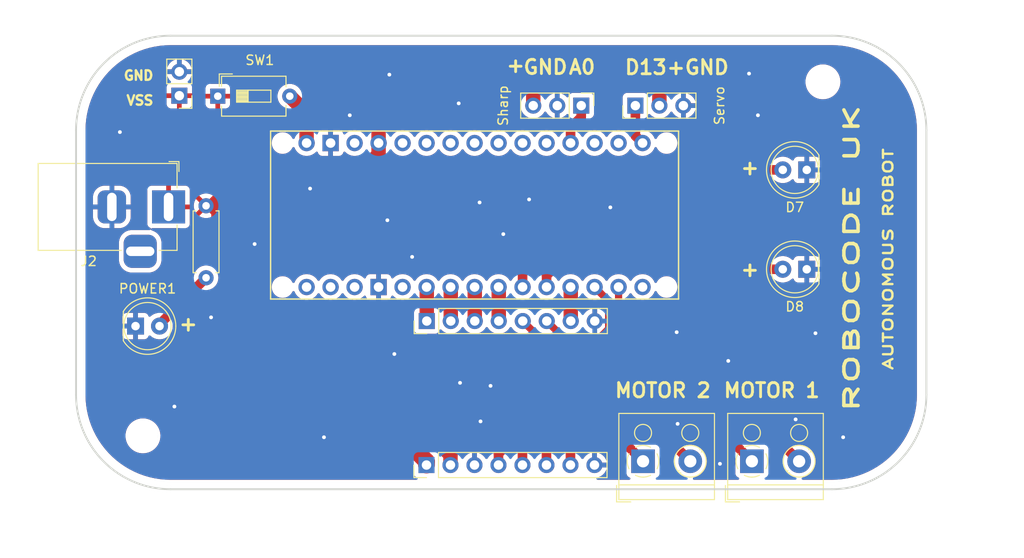
<source format=kicad_pcb>
(kicad_pcb (version 20221018) (generator pcbnew)
  (layers (0 "F.Cu" signal) (31 "B.Cu" signal) (34 "B.Paste" user) (35 "F.Paste" user) (36 "B.SilkS" user "B.Silkscreen") (37 "F.SilkS" user "F.Silkscreen") (38 "B.Mask" user) (39 "F.Mask" user) (44 "Edge.Cuts" user))
  (net 0 "")
  (net 12 "LED1")
  (net 13 "LED2")
  (net 14 "D13")
  (net 17 "GND")
  (net 18 "Vss")
  (net 19 "Net-(SW1-Pad2)")
  (net 20 "Net-(POWER1-A)")
  (net 21 "PWMA")
  (net 22 "AIN2")
  (net 23 "AIN1")
  (net 24 "STBY")
  (net 25 "BIN1")
  (net 26 "BIN2")
  (net 27 "PWMB")
  (net 28 "5V")
  (net 29 "AO1")
  (net 30 "AO2")
  (net 31 "BO1")
  (net 32 "BO2")
  (net 33 "A0")
  (net 34 "D2")
  (footprint "Resistor_THT:R_Axial_DIN0207_L6.3mm_D2.5mm_P7.62mm_Horizontal" (layer "F.Cu") (at 100.16 76.8 -90)
    (fp_text reference "R1" hide)
    (fp_text value "15K" hide)
    (fp_line (start 0.54 -1.37) (end 7.08 -1.37) (stroke (width 0.12)) (layer "F.SilkS"))
    (fp_line (start 0.54 -1.04) (end 0.54 -1.37) (stroke (width 0.12)) (layer "F.SilkS"))
    (fp_line (start 0.54 1.04) (end 0.54 1.37) (stroke (width 0.12)) (layer "F.SilkS"))
    (fp_line (start 0.54 1.37) (end 7.08 1.37) (stroke (width 0.12)) (layer "F.SilkS"))
    (fp_line (start 7.08 -1.37) (end 7.08 -1.04) (stroke (width 0.12)) (layer "F.SilkS"))
    (fp_line (start 7.08 1.37) (end 7.08 1.04) (stroke (width 0.12)) (layer "F.SilkS"))
    (pad "1" thru_hole circle (at 0 0 270) (size 1.6 1.6) (drill 0.8) (layers "*.Cu" "*.Mask") (net 18 "Vss"))
    (pad "2" thru_hole oval (at 7.62 0 270) (size 1.6 1.6) (drill 0.8) (layers "*.Cu" "*.Mask") (net 20 "Net-(POWER1-A)"))
  )
  (footprint "PCM_arduino-library:Arduino_Nano_Socket" (layer "F.Cu") (at 150.17 77.78 90)
    (fp_text reference "XA1" hide)
    (fp_text value "Arduino_Nano_Socket")
    (fp_line (start -8.89 -43.18) (end -8.89 0) (stroke (width 0.15)) (layer "F.SilkS"))
    (fp_line (start -8.89 -43.18) (end 8.89 -43.18) (stroke (width 0.15)) (layer "F.SilkS"))
    (fp_line (start -8.89 0) (end 8.89 0) (stroke (width 0.15)) (layer "F.SilkS"))
    (fp_line (start 8.89 -43.18) (end 8.89 0) (stroke (width 0.15)) (layer "F.SilkS"))
    (pad "" np_thru_hole circle (at -7.62 -41.91 90) (size 1.8 1.8) (drill 1.8) (layers "F&B.Cu" "*.Mask"))
    (pad "" np_thru_hole circle (at -7.62 -1.27 90) (size 1.8 1.8) (drill 1.8) (layers "F&B.Cu" "*.Mask"))
    (pad "" np_thru_hole circle (at 7.62 -41.91 90) (size 1.8 1.8) (drill 1.8) (layers "F&B.Cu" "*.Mask"))
    (pad "" np_thru_hole circle (at 7.62 -1.27 90) (size 1.8 1.8) (drill 1.8) (layers "F&B.Cu" "*.Mask"))
    (pad "3V3" thru_hole circle (at 7.62 -6.35 90) (size 1.7272 1.7272) (drill 1.016) (layers "*.Cu" "*.Mask"))
    (pad "5V" thru_hole circle (at 7.62 -31.75 90) (size 1.7272 1.7272) (drill 1.016) (layers "*.Cu" "*.Mask") (net 28 "5V"))
    (pad "A0" thru_hole circle (at 7.62 -11.43 90) (size 1.7272 1.7272) (drill 1.016) (layers "*.Cu" "*.Mask") (net 33 "A0"))
    (pad "A1" thru_hole circle (at 7.62 -13.97 90) (size 1.7272 1.7272) (drill 1.016) (layers "*.Cu" "*.Mask"))
    (pad "A2" thru_hole circle (at 7.62 -16.51 90) (size 1.7272 1.7272) (drill 1.016) (layers "*.Cu" "*.Mask"))
    (pad "A3" thru_hole circle (at 7.62 -19.05 90) (size 1.7272 1.7272) (drill 1.016) (layers "*.Cu" "*.Mask"))
    (pad "A4" thru_hole circle (at 7.62 -21.59 90) (size 1.7272 1.7272) (drill 1.016) (layers "*.Cu" "*.Mask"))
    (pad "A5" thru_hole circle (at 7.62 -24.13 90) (size 1.7272 1.7272) (drill 1.016) (layers "*.Cu" "*.Mask"))
    (pad "A6" thru_hole circle (at 7.62 -26.67 90) (size 1.7272 1.7272) (drill 1.016) (layers "*.Cu" "*.Mask"))
    (pad "A7" thru_hole circle (at 7.62 -29.21 90) (size 1.7272 1.7272) (drill 1.016) (layers "*.Cu" "*.Mask"))
    (pad "AREF" thru_hole circle (at 7.62 -8.89 90) (size 1.7272 1.7272) (drill 1.016) (layers "*.Cu" "*.Mask"))
    (pad "D0" thru_hole circle (at -7.62 -36.83 90) (size 1.7272 1.7272) (drill 1.016) (layers "*.Cu" "*.Mask"))
    (pad "D1" thru_hole circle (at -7.62 -39.37 90) (size 1.7272 1.7272) (drill 1.016) (layers "*.Cu" "*.Mask"))
    (pad "D2" thru_hole circle (at -7.62 -29.21 90) (size 1.7272 1.7272) (drill 1.016) (layers "*.Cu" "*.Mask") (net 34 "D2"))
    (pad "D3" thru_hole circle (at -7.62 -26.67 90) (size 1.7272 1.7272) (drill 1.016) (layers "*.Cu" "*.Mask") (net 21 "PWMA"))
    (pad "D4" thru_hole circle (at -7.62 -24.13 90) (size 1.7272 1.7272) (drill 1.016) (layers "*.Cu" "*.Mask") (net 22 "AIN2"))
    (pad "D5" thru_hole circle (at -7.62 -21.59 90) (size 1.7272 1.7272) (drill 1.016) (layers "*.Cu" "*.Mask") (net 23 "AIN1"))
    (pad "D6" thru_hole circle (at -7.62 -19.05 90) (size 1.7272 1.7272) (drill 1.016) (layers "*.Cu" "*.Mask") (net 24 "STBY"))
    (pad "D7" thru_hole circle (at -7.62 -16.51 90) (size 1.7272 1.7272) (drill 1.016) (layers "*.Cu" "*.Mask") (net 12 "LED1"))
    (pad "D8" thru_hole circle (at -7.62 -13.97 90) (size 1.7272 1.7272) (drill 1.016) (layers "*.Cu" "*.Mask") (net 13 "LED2"))
    (pad "D9" thru_hole circle (at -7.62 -11.43 90) (size 1.7272 1.7272) (drill 1.016) (layers "*.Cu" "*.Mask") (net 27 "PWMB"))
    (pad "D10" thru_hole circle (at -7.62 -8.89 90) (size 1.7272 1.7272) (drill 1.016) (layers "*.Cu" "*.Mask") (net 26 "BIN2"))
    (pad "D11" thru_hole circle (at -7.62 -6.35 90) (size 1.7272 1.7272) (drill 1.016) (layers "*.Cu" "*.Mask") (net 25 "BIN1"))
    (pad "D12" thru_hole circle (at -7.62 -3.81 90) (size 1.7272 1.7272) (drill 1.016) (layers "*.Cu" "*.Mask"))
    (pad "D13" thru_hole circle (at 7.62 -3.81 90) (size 1.7272 1.7272) (drill 1.016) (layers "*.Cu" "*.Mask") (net 14 "D13"))
    (pad "GND1" thru_hole rect (at -7.62 -31.75 90) (size 1.7272 1.7272) (drill 1.016) (layers "*.Cu" "*.Mask") (net 17 "GND"))
    (pad "GND2" thru_hole rect (at 7.62 -36.83 90) (size 1.7272 1.7272) (drill 1.016) (layers "*.Cu" "*.Mask") (net 17 "GND"))
    (pad "RST1" thru_hole circle (at -7.62 -34.29 90) (size 1.7272 1.7272) (drill 1.016) (layers "*.Cu" "*.Mask"))
    (pad "RST2" thru_hole circle (at 7.62 -34.29 90) (size 1.7272 1.7272) (drill 1.016) (layers "*.Cu" "*.Mask"))
    (pad "VIN" thru_hole circle (at 7.62 -39.37 90) (size 1.7272 1.7272) (drill 1.016) (layers "*.Cu" "*.Mask") (net 19 "Net-(SW1-Pad2)"))
  )
  (footprint "Connector_BarrelJack:BarrelJack_Horizontal" (layer "F.Cu") (at 96.19 76.92)
    (fp_text reference "J2" (at -8.45 5.75) (layer "F.SilkS"))
    (fp_text value "Barrel_Jack_MountingPin")
    (fp_line (start -13.8 -4.6) (end 0.9 -4.6) (stroke (width 0.12)) (layer "F.SilkS"))
    (fp_line (start -13.8 4.6) (end -13.8 -4.6) (stroke (width 0.12)) (layer "F.SilkS"))
    (fp_line (start -5 4.6) (end -13.8 4.6) (stroke (width 0.12)) (layer "F.SilkS"))
    (fp_line (start 0.05 -4.8) (end 1.1 -4.8) (stroke (width 0.12)) (layer "F.SilkS"))
    (fp_line (start 0.9 -4.6) (end 0.9 -2) (stroke (width 0.12)) (layer "F.SilkS"))
    (fp_line (start 0.9 1.9) (end 0.9 4.6) (stroke (width 0.12)) (layer "F.SilkS"))
    (fp_line (start 0.9 4.6) (end -1 4.6) (stroke (width 0.12)) (layer "F.SilkS"))
    (fp_line (start 1.1 -3.75) (end 1.1 -4.8) (stroke (width 0.12)) (layer "F.SilkS"))
    (pad "1" thru_hole rect (at 0 0) (size 3.5 3.5) (drill oval 1 3) (layers "*.Cu" "*.Mask") (net 18 "Vss"))
    (pad "2" thru_hole roundrect (at -6 0) (size 3 3.5) (drill oval 1 3) (layers "*.Cu" "*.Mask") (net 17 "GND"))
    (pad "3" thru_hole roundrect (at -3 4.7) (size 3.5 3.5) (drill oval 3 1) (layers "*.Cu" "*.Mask"))
  )
  (footprint "Connector_PinHeader_2.54mm:PinHeader_1x08_P2.54mm_Vertical" (layer "F.Cu") (at 123.49 104.24 90)
    (fp_text reference "J5" hide)
    (fp_text value "Conn_01x08_Socket")
    (fp_line (start -1.33 -1.33) (end 0 -1.33) (stroke (width 0.12)) (layer "F.SilkS"))
    (fp_line (start -1.33 0) (end -1.33 -1.33) (stroke (width 0.12)) (layer "F.SilkS"))
    (fp_line (start -1.33 1.27) (end -1.33 19.11) (stroke (width 0.12)) (layer "F.SilkS"))
    (fp_line (start -1.33 1.27) (end 1.33 1.27) (stroke (width 0.12)) (layer "F.SilkS"))
    (fp_line (start -1.33 19.11) (end 1.33 19.11) (stroke (width 0.12)) (layer "F.SilkS"))
    (fp_line (start 1.33 1.27) (end 1.33 19.11) (stroke (width 0.12)) (layer "F.SilkS"))
    (pad "1" thru_hole rect (at 0 0 90) (size 1.7 1.7) (drill 1) (layers "*.Cu" "*.Mask") (net 18 "Vss"))
    (pad "2" thru_hole oval (at 0 2.54 90) (size 1.7 1.7) (drill 1) (layers "*.Cu" "*.Mask") (net 28 "5V"))
    (pad "3" thru_hole oval (at 0 5.08 90) (size 1.7 1.7) (drill 1) (layers "*.Cu" "*.Mask") (net 17 "GND"))
    (pad "4" thru_hole oval (at 0 7.62 90) (size 1.7 1.7) (drill 1) (layers "*.Cu" "*.Mask") (net 29 "AO1"))
    (pad "5" thru_hole oval (at 0 10.16 90) (size 1.7 1.7) (drill 1) (layers "*.Cu" "*.Mask") (net 30 "AO2"))
    (pad "6" thru_hole oval (at 0 12.7 90) (size 1.7 1.7) (drill 1) (layers "*.Cu" "*.Mask") (net 31 "BO1"))
    (pad "7" thru_hole oval (at 0 15.24 90) (size 1.7 1.7) (drill 1) (layers "*.Cu" "*.Mask") (net 32 "BO2"))
    (pad "8" thru_hole oval (at 0 17.78 90) (size 1.7 1.7) (drill 1) (layers "*.Cu" "*.Mask") (net 17 "GND"))
  )
  (footprint "Button_Switch_THT:SW_DIP_SPSTx01_Slide_6.7x4.1mm_W7.62mm_P2.54mm_LowProfile" (layer "F.Cu") (at 101.4 65.2)
    (fp_text reference "SW1" (at 4.45 -3.81) (layer "F.SilkS"))
    (fp_text value "SW_DIP_x01" hide)
    (fp_line (start 0.16 -2.35) (end 0.16 -1.04) (stroke (width 0.12)) (layer "F.SilkS"))
    (fp_line (start 0.16 -2.35) (end 1.543 -2.35) (stroke (width 0.12)) (layer "F.SilkS"))
    (fp_line (start 0.4 -2.11) (end 0.4 -1.04) (stroke (width 0.12)) (layer "F.SilkS"))
    (fp_line (start 0.4 -2.11) (end 7.221 -2.11) (stroke (width 0.12)) (layer "F.SilkS"))
    (fp_line (start 0.4 1.04) (end 0.4 2.11) (stroke (width 0.12)) (layer "F.SilkS"))
    (fp_line (start 0.4 2.11) (end 7.221 2.11) (stroke (width 0.12)) (layer "F.SilkS"))
    (fp_line (start 2 -0.635) (end 2 0.635) (stroke (width 0.12)) (layer "F.SilkS"))
    (fp_line (start 2 -0.515) (end 3.206667 -0.515) (stroke (width 0.12)) (layer "F.SilkS"))
    (fp_line (start 2 -0.395) (end 3.206667 -0.395) (stroke (width 0.12)) (layer "F.SilkS"))
    (fp_line (start 2 -0.275) (end 3.206667 -0.275) (stroke (width 0.12)) (layer "F.SilkS"))
    (fp_line (start 2 -0.155) (end 3.206667 -0.155) (stroke (width 0.12)) (layer "F.SilkS"))
    (fp_line (start 2 -0.035) (end 3.206667 -0.035) (stroke (width 0.12)) (layer "F.SilkS"))
    (fp_line (start 2 0.085) (end 3.206667 0.085) (stroke (width 0.12)) (layer "F.SilkS"))
    (fp_line (start 2 0.205) (end 3.206667 0.205) (stroke (width 0.12)) (layer "F.SilkS"))
    (fp_line (start 2 0.325) (end 3.206667 0.325) (stroke (width 0.12)) (layer "F.SilkS"))
    (fp_line (start 2 0.445) (end 3.206667 0.445) (stroke (width 0.12)) (layer "F.SilkS"))
    (fp_line (start 2 0.565) (end 3.206667 0.565) (stroke (width 0.12)) (layer "F.SilkS"))
    (fp_line (start 2 0.635) (end 5.62 0.635) (stroke (width 0.12)) (layer "F.SilkS"))
    (fp_line (start 3.206667 -0.635) (end 3.206667 0.635) (stroke (width 0.12)) (layer "F.SilkS"))
    (fp_line (start 5.62 -0.635) (end 2 -0.635) (stroke (width 0.12)) (layer "F.SilkS"))
    (fp_line (start 5.62 0.635) (end 5.62 -0.635) (stroke (width 0.12)) (layer "F.SilkS"))
    (fp_line (start 7.221 -2.11) (end 7.221 -0.99) (stroke (width 0.12)) (layer "F.SilkS"))
    (fp_line (start 7.221 0.99) (end 7.221 2.11) (stroke (width 0.12)) (layer "F.SilkS"))
    (pad "1" thru_hole rect (at 0 0) (size 1.6 1.6) (drill 0.8) (layers "*.Cu" "*.Mask") (net 18 "Vss"))
    (pad "2" thru_hole oval (at 7.62 0) (size 1.6 1.6) (drill 0.8) (layers "*.Cu" "*.Mask") (net 19 "Net-(SW1-Pad2)"))
  )
  (footprint "Connector_PinHeader_2.54mm:PinHeader_1x02_P2.54mm_Vertical" (layer "F.Cu") (at 97.33 65.15 180)
    (fp_text reference "J1" hide)
    (fp_text value "Conn_01x02_Pin" hide)
    (fp_line (start -1.33 -1.33) (end 0 -1.33) (stroke (width 0.12)) (layer "F.SilkS"))
    (fp_line (start -1.33 0) (end -1.33 -1.33) (stroke (width 0.12)) (layer "F.SilkS"))
    (fp_line (start -1.33 1.27) (end -1.33 3.87) (stroke (width 0.12)) (layer "F.SilkS"))
    (fp_line (start -1.33 1.27) (end 1.33 1.27) (stroke (width 0.12)) (layer "F.SilkS"))
    (fp_line (start -1.33 3.87) (end 1.33 3.87) (stroke (width 0.12)) (layer "F.SilkS"))
    (fp_line (start 1.33 1.27) (end 1.33 3.87) (stroke (width 0.12)) (layer "F.SilkS"))
    (pad "1" thru_hole rect (at 0 0 180) (size 1.7 1.7) (drill 1) (layers "*.Cu" "*.Mask") (net 18 "Vss"))
    (pad "2" thru_hole oval (at 0 2.54 180) (size 1.7 1.7) (drill 1) (layers "*.Cu" "*.Mask") (net 17 "GND"))
  )
  (footprint "LOGO" (layer "F.Cu") (at 105.372685 98.585464)
    (fp_text reference "G***" hide)
    (fp_text value "LOGO" hide)
  )
  (footprint "Connector_PinHeader_2.54mm:PinHeader_1x08_P2.54mm_Vertical" (layer "F.Cu") (at 123.52 89 90)
    (fp_text reference "J4" hide)
    (fp_text value "Conn_01x08_Socket")
    (fp_line (start -1.33 -1.33) (end 0 -1.33) (stroke (width 0.12)) (layer "F.SilkS"))
    (fp_line (start -1.33 0) (end -1.33 -1.33) (stroke (width 0.12)) (layer "F.SilkS"))
    (fp_line (start -1.33 1.27) (end -1.33 19.11) (stroke (width 0.12)) (layer "F.SilkS"))
    (fp_line (start -1.33 1.27) (end 1.33 1.27) (stroke (width 0.12)) (layer "F.SilkS"))
    (fp_line (start -1.33 19.11) (end 1.33 19.11) (stroke (width 0.12)) (layer "F.SilkS"))
    (fp_line (start 1.33 1.27) (end 1.33 19.11) (stroke (width 0.12)) (layer "F.SilkS"))
    (pad "1" thru_hole rect (at 0 0 90) (size 1.7 1.7) (drill 1) (layers "*.Cu" "*.Mask") (net 21 "PWMA"))
    (pad "2" thru_hole oval (at 0 2.54 90) (size 1.7 1.7) (drill 1) (layers "*.Cu" "*.Mask") (net 22 "AIN2"))
    (pad "3" thru_hole oval (at 0 5.08 90) (size 1.7 1.7) (drill 1) (layers "*.Cu" "*.Mask") (net 23 "AIN1"))
    (pad "4" thru_hole oval (at 0 7.62 90) (size 1.7 1.7) (drill 1) (layers "*.Cu" "*.Mask") (net 24 "STBY"))
    (pad "5" thru_hole oval (at 0 10.16 90) (size 1.7 1.7) (drill 1) (layers "*.Cu" "*.Mask") (net 25 "BIN1"))
    (pad "6" thru_hole oval (at 0 12.7 90) (size 1.7 1.7) (drill 1) (layers "*.Cu" "*.Mask") (net 26 "BIN2"))
    (pad "7" thru_hole oval (at 0 15.24 90) (size 1.7 1.7) (drill 1) (layers "*.Cu" "*.Mask") (net 27 "PWMB"))
    (pad "8" thru_hole oval (at 0 17.78 90) (size 1.7 1.7) (drill 1) (layers "*.Cu" "*.Mask") (net 17 "GND"))
  )
  (footprint "TerminalBlock_RND:TerminalBlock_RND_205-00001_1x02_P5.00mm_Horizontal" (layer "F.Cu") (at 146.41 103.84)
    (fp_text reference "MOTOR 2" (at 2.1 -7.5) (layer "F.SilkS") (effects (font (size 1.5 1.5) (thickness 0.3) bold)))
    (fp_text value "MOTORB" hide)
    (fp_line (start -2.8 2.56) (end -2.8 4.3) (stroke (width 0.12)) (layer "F.SilkS"))
    (fp_line (start -2.8 4.3) (end -1.3 4.3) (stroke (width 0.12)) (layer "F.SilkS"))
    (fp_line (start -2.56 -5.06) (end -2.56 4.06) (stroke (width 0.12)) (layer "F.SilkS"))
    (fp_line (start -2.56 -5.06) (end 7.56 -5.06) (stroke (width 0.12)) (layer "F.SilkS"))
    (fp_line (start -2.56 2.5) (end 7.56 2.5) (stroke (width 0.12)) (layer "F.SilkS"))
    (fp_line (start -2.56 4.06) (end 7.56 4.06) (stroke (width 0.12)) (layer "F.SilkS"))
    (fp_line (start 3.82 0.976) (end 3.726 1.069) (stroke (width 0.12)) (layer "F.SilkS"))
    (fp_line (start 3.99 1.216) (end 3.931 1.274) (stroke (width 0.12)) (layer "F.SilkS"))
    (fp_line (start 6.07 -1.275) (end 6.011 -1.216) (stroke (width 0.12)) (layer "F.SilkS"))
    (fp_line (start 6.275 -1.069) (end 6.181 -0.976) (stroke (width 0.12)) (layer "F.SilkS"))
    (fp_line (start 7.56 -5.06) (end 7.56 4.06) (stroke (width 0.12)) (layer "F.SilkS"))
    (fp_arc (start -1.483953 0.789089) (mid -1.680708 0.00005) (end -1.484 -0.789) (stroke (width 0.12)) (layer "F.SilkS"))
    (fp_arc (start -0.789089 -1.483953) (mid -0.00005 -1.680708) (end 0.789 -1.484) (stroke (width 0.12)) (layer "F.SilkS"))
    (fp_arc (start 0.029383 1.68045) (mid -0.392304 1.634281) (end -0.789 1.484) (stroke (width 0.12)) (layer "F.SilkS"))
    (fp_arc (start 0.788712 1.483352) (mid 0.406429 1.630097) (end 0 1.68) (stroke (width 0.12)) (layer "F.SilkS"))
    (fp_arc (start 1.483953 -0.789089) (mid 1.680708 -0.00005) (end 1.484 0.789) (stroke (width 0.12)) (layer "F.SilkS"))
    (fp_circle (center 0 -3) (end 0.9 -3) (stroke (width 0.12)) (fill none) (layer "F.SilkS"))
    (fp_circle (center 5 -3) (end 5.9 -3) (stroke (width 0.12)) (fill none) (layer "F.SilkS"))
    (fp_circle (center 5 0) (end 6.68 0) (stroke (width 0.12)) (fill none) (layer "F.SilkS"))
    (pad "1" thru_hole rect (at 0 0) (size 2.5 2.5) (drill 1.3) (layers "*.Cu" "*.Mask") (net 32 "BO2"))
    (pad "2" thru_hole circle (at 5 0) (size 2.5 2.5) (drill 1.3) (layers "*.Cu" "*.Mask") (net 31 "BO1"))
  )
  (footprint "TerminalBlock_RND:TerminalBlock_RND_205-00001_1x02_P5.00mm_Horizontal" (layer "F.Cu") (at 157.93 103.84)
    (fp_text reference "MOTOR 1" (at 2.1 -7.5) (layer "F.SilkS") (effects (font (size 1.5 1.5) (thickness 0.3) bold)))
    (fp_text value "Screw_Terminal_01x02" hide)
    (fp_line (start -2.8 2.56) (end -2.8 4.3) (stroke (width 0.12)) (layer "F.SilkS"))
    (fp_line (start -2.8 4.3) (end -1.3 4.3) (stroke (width 0.12)) (layer "F.SilkS"))
    (fp_line (start -2.56 -5.06) (end -2.56 4.06) (stroke (width 0.12)) (layer "F.SilkS"))
    (fp_line (start -2.56 -5.06) (end 7.56 -5.06) (stroke (width 0.12)) (layer "F.SilkS"))
    (fp_line (start -2.56 2.5) (end 7.56 2.5) (stroke (width 0.12)) (layer "F.SilkS"))
    (fp_line (start -2.56 4.06) (end 7.56 4.06) (stroke (width 0.12)) (layer "F.SilkS"))
    (fp_line (start 3.82 0.976) (end 3.726 1.069) (stroke (width 0.12)) (layer "F.SilkS"))
    (fp_line (start 3.99 1.216) (end 3.931 1.274) (stroke (width 0.12)) (layer "F.SilkS"))
    (fp_line (start 6.07 -1.275) (end 6.011 -1.216) (stroke (width 0.12)) (layer "F.SilkS"))
    (fp_line (start 6.275 -1.069) (end 6.181 -0.976) (stroke (width 0.12)) (layer "F.SilkS"))
    (fp_line (start 7.56 -5.06) (end 7.56 4.06) (stroke (width 0.12)) (layer "F.SilkS"))
    (fp_arc (start -1.483953 0.789089) (mid -1.680708 0.00005) (end -1.484 -0.789) (stroke (width 0.12)) (layer "F.SilkS"))
    (fp_arc (start -0.789089 -1.483953) (mid -0.00005 -1.680708) (end 0.789 -1.484) (stroke (width 0.12)) (layer "F.SilkS"))
    (fp_arc (start 0.029383 1.68045) (mid -0.392304 1.634281) (end -0.789 1.484) (stroke (width 0.12)) (layer "F.SilkS"))
    (fp_arc (start 0.788712 1.483352) (mid 0.406429 1.630097) (end 0 1.68) (stroke (width 0.12)) (layer "F.SilkS"))
    (fp_arc (start 1.483953 -0.789089) (mid 1.680708 -0.00005) (end 1.484 0.789) (stroke (width 0.12)) (layer "F.SilkS"))
    (fp_circle (center 0 -3) (end 0.9 -3) (stroke (width 0.12)) (fill none) (layer "F.SilkS"))
    (fp_circle (center 5 -3) (end 5.9 -3) (stroke (width 0.12)) (fill none) (layer "F.SilkS"))
    (fp_circle (center 5 0) (end 6.68 0) (stroke (width 0.12)) (fill none) (layer "F.SilkS"))
    (pad "1" thru_hole rect (at 0 0) (size 2.5 2.5) (drill 1.3) (layers "*.Cu" "*.Mask") (net 30 "AO2"))
    (pad "2" thru_hole circle (at 5 0) (size 2.5 2.5) (drill 1.3) (layers "*.Cu" "*.Mask") (net 29 "AO1"))
  )
  (footprint "MountingHole:MountingHole_3.2mm_M3" (layer "F.Cu") (at 93.48 101.15)
    (fp_text reference "REF**" hide)
    (fp_text value "MountingHole_3.2mm_M3")
    (pad "" np_thru_hole circle (at 0 0) (size 3.2 3.2) (drill 3.2) (layers "*.Cu" "*.Mask"))
  )
  (footprint "LED_THT:LED_D5.0mm" (layer "F.Cu") (at 92.695 89.535)
    (fp_text reference "POWER1" (at 1.27 -3.96) (layer "F.SilkS"))
    (fp_text value "LED")
    (fp_line (start -1.29 -1.545) (end -1.29 1.545) (stroke (width 0.12)) (layer "F.SilkS"))
    (fp_arc (start -1.29 -1.54483) (mid 2.072002 -2.880433) (end 4.26 0.000462) (stroke (width 0.12)) (layer "F.SilkS"))
    (fp_arc (start 4.26 -0.000462) (mid 2.072002 2.880433) (end -1.29 1.54483) (stroke (width 0.12)) (layer "F.SilkS"))
    (fp_circle (center 1.27 0) (end 3.77 0) (stroke (width 0.12)) (fill none) (layer "F.SilkS"))
    (pad "1" thru_hole rect (at 0 0) (size 1.8 1.8) (drill 0.9) (layers "*.Cu" "*.Mask") (net 17 "GND"))
    (pad "2" thru_hole circle (at 2.54 0) (size 1.8 1.8) (drill 0.9) (layers "*.Cu" "*.Mask") (net 20 "Net-(POWER1-A)"))
  )
  (footprint "Connector_PinHeader_2.54mm:PinHeader_1x03_P2.54mm_Vertical" (layer "F.Cu") (at 145.6 66.2 90)
    (fp_text reference "J7" hide)
    (fp_text value "Servo" (at 0 8.905 270) (layer "F.SilkS"))
    (fp_line (start -1.33 -1.33) (end 0 -1.33) (stroke (width 0.12)) (layer "F.SilkS"))
    (fp_line (start -1.33 0) (end -1.33 -1.33) (stroke (width 0.12)) (layer "F.SilkS"))
    (fp_line (start -1.33 1.27) (end -1.33 6.41) (stroke (width 0.12)) (layer "F.SilkS"))
    (fp_line (start -1.33 1.27) (end 1.33 1.27) (stroke (width 0.12)) (layer "F.SilkS"))
    (fp_line (start -1.33 6.41) (end 1.33 6.41) (stroke (width 0.12)) (layer "F.SilkS"))
    (fp_line (start 1.33 1.27) (end 1.33 6.41) (stroke (width 0.12)) (layer "F.SilkS"))
    (pad "1" thru_hole rect (at 0 0 90) (size 1.7 1.7) (drill 1) (layers "*.Cu" "*.Mask") (net 14 "D13"))
    (pad "2" thru_hole oval (at 0 2.54 90) (size 1.7 1.7) (drill 1) (layers "*.Cu" "*.Mask") (net 28 "5V"))
    (pad "3" thru_hole oval (at 0 5.08 90) (size 1.7 1.7) (drill 1) (layers "*.Cu" "*.Mask") (net 17 "GND"))
  )
  (footprint "LED_THT:LED_D5.0mm" (layer "F.Cu") (at 163.74 83.52 180)
    (fp_text reference "D8" (at 1.27 -3.96) (layer "F.SilkS"))
    (fp_text value "LED")
    (fp_line (start -1.29 -1.545) (end -1.29 1.545) (stroke (width 0.12)) (layer "F.SilkS"))
    (fp_arc (start -1.29 -1.54483) (mid 2.072002 -2.880433) (end 4.26 0.000462) (stroke (width 0.12)) (layer "F.SilkS"))
    (fp_arc (start 4.26 -0.000462) (mid 2.072002 2.880433) (end -1.29 1.54483) (stroke (width 0.12)) (layer "F.SilkS"))
    (fp_circle (center 1.27 0) (end 3.77 0) (stroke (width 0.12)) (fill none) (layer "F.SilkS"))
    (pad "1" thru_hole rect (at 0 0 180) (size 1.8 1.8) (drill 0.9) (layers "*.Cu" "*.Mask") (net 17 "GND"))
    (pad "2" thru_hole circle (at 2.54 0 180) (size 1.8 1.8) (drill 0.9) (layers "*.Cu" "*.Mask") (net 13 "LED2"))
  )
  (footprint "LED_THT:LED_D5.0mm" (layer "F.Cu") (at 163.74 73 180)
    (fp_text reference "D7" (at 1.27 -3.96) (layer "F.SilkS"))
    (fp_text value "LED")
    (fp_line (start -1.29 -1.545) (end -1.29 1.545) (stroke (width 0.12)) (layer "F.SilkS"))
    (fp_arc (start -1.29 -1.54483) (mid 2.072002 -2.880433) (end 4.26 0.000462) (stroke (width 0.12)) (layer "F.SilkS"))
    (fp_arc (start 4.26 -0.000462) (mid 2.072002 2.880433) (end -1.29 1.54483) (stroke (width 0.12)) (layer "F.SilkS"))
    (fp_circle (center 1.27 0) (end 3.77 0) (stroke (width 0.12)) (fill none) (layer "F.SilkS"))
    (pad "1" thru_hole rect (at 0 0 180) (size 1.8 1.8) (drill 0.9) (layers "*.Cu" "*.Mask") (net 17 "GND"))
    (pad "2" thru_hole circle (at 2.54 0 180) (size 1.8 1.8) (drill 0.9) (layers "*.Cu" "*.Mask") (net 12 "LED1"))
  )
  (footprint "Connector_PinHeader_2.54mm:PinHeader_1x03_P2.54mm_Vertical" (layer "F.Cu") (at 139.87 66.2 -90)
    (fp_text reference "J6" hide)
    (fp_text value "Sharp" (at 0 8.27 90) (layer "F.SilkS"))
    (fp_line (start -1.33 -1.33) (end 0 -1.33) (stroke (width 0.12)) (layer "F.SilkS"))
    (fp_line (start -1.33 0) (end -1.33 -1.33) (stroke (width 0.12)) (layer "F.SilkS"))
    (fp_line (start -1.33 1.27) (end -1.33 6.41) (stroke (width 0.12)) (layer "F.SilkS"))
    (fp_line (start -1.33 1.27) (end 1.33 1.27) (stroke (width 0.12)) (layer "F.SilkS"))
    (fp_line (start -1.33 6.41) (end 1.33 6.41) (stroke (width 0.12)) (layer "F.SilkS"))
    (fp_line (start 1.33 1.27) (end 1.33 6.41) (stroke (width 0.12)) (layer "F.SilkS"))
    (pad "1" thru_hole rect (at 0 0 270) (size 1.7 1.7) (drill 1) (layers "*.Cu" "*.Mask") (net 33 "A0"))
    (pad "2" thru_hole oval (at 0 2.54 270) (size 1.7 1.7) (drill 1) (layers "*.Cu" "*.Mask") (net 17 "GND"))
    (pad "3" thru_hole oval (at 0 5.08 270) (size 1.7 1.7) (drill 1) (layers "*.Cu" "*.Mask") (net 28 "5V"))
  )
  (footprint "MountingHole:MountingHole_3.2mm_M3" (layer "F.Cu") (at 165.45 63.68)
    (fp_text reference "REF**" hide)
    (fp_text value "MountingHole_3.2mm_M3")
    (pad "" np_thru_hole circle (at 0 0) (size 3.2 3.2) (drill 3.2) (layers "F&B.Cu" "*.Mask"))
  )
  (gr_arc (start 166.4 58.8) (mid 173.471068 61.728932) (end 176.4 68.8) (stroke (width 0.2)) (layer "Edge.Cuts"))
  (gr_arc (start 176.4 96.8) (mid 173.471068 103.871068) (end 166.4 106.8) (stroke (width 0.2)) (layer "Edge.Cuts"))
  (gr_line (start 176.4 96.8) (end 176.4 68.8) (stroke (width 0.2)) (layer "Edge.Cuts"))
  (gr_arc (start 96.4 106.8) (mid 89.328932 103.871068) (end 86.4 96.8) (stroke (width 0.2)) (layer "Edge.Cuts"))
  (gr_arc (start 86.4 68.8) (mid 89.328932 61.728932) (end 96.4 58.8) (stroke (width 0.2)) (layer "Edge.Cuts"))
  (gr_line (start 86.4 68.8) (end 86.4 96.8) (stroke (width 0.2)) (layer "Edge.Cuts"))
  (gr_line (start 166.4 58.8) (end 96.4 58.8) (stroke (width 0.2)) (layer "Edge.Cuts"))
  (gr_line (start 96.4 106.8) (end 166.4 106.8) (stroke (width 0.2)) (layer "Edge.Cuts"))
  (gr_text "+" (at 131.8 62.8) (layer "F.SilkS") (effects (font (size 1.5 1.5) (thickness 0.3) bold) (justify left bottom)))
  (gr_text "ROBOCODE UK" (at 169.37 98.897677 90) (layer "F.SilkS") (effects (font (size 1.5 3) (thickness 0.375) bold) (justify left bottom)))
  (gr_text "GND" (at 150.68 63.025) (layer "F.SilkS") (effects (font (size 1.5 1.5) (thickness 0.3) bold) (justify left bottom)))
  (gr_text "D13" (at 144.33 63.025) (layer "F.SilkS") (effects (font (size 1.5 1.5) (thickness 0.3) bold) (justify left bottom)))
  (gr_text "A0\n" (at 138.4 63) (layer "F.SilkS") (effects (font (size 1.5 1.5) (thickness 0.3) bold) (justify left bottom)))
  (gr_text "+" (at 156.6 84.4) (layer "F.SilkS") (effects (font (size 1.5 1.5) (thickness 0.3) bold) (justify left bottom)))
  (gr_text "+" (at 148.775 63.025) (layer "F.SilkS") (effects (font (size 1.5 1.5) (thickness 0.3) bold) (justify left bottom)))
  (gr_text "+" (at 97.155 90.17) (layer "F.SilkS") (effects (font (size 1.5 1.5) (thickness 0.3) bold) (justify left bottom)))
  (gr_text "GND" (at 133.6 63) (layer "F.SilkS") (effects (font (size 1.5 1.5) (thickness 0.3) bold) (justify left bottom)))
  (gr_text "AUTONOMOUS ROBOT\n" (at 172.94 94.32 90) (layer "F.SilkS") (effects (font (size 1 1.5) (thickness 0.25) bold) (justify left bottom)))
  (gr_text "GND" (at 91.329286 63.6) (layer "F.SilkS") (effects (font (size 1 1) (thickness 0.25) bold) (justify left bottom)))
  (gr_text "+" (at 156.6 73.635) (layer "F.SilkS") (effects (font (size 1.5 1.5) (thickness 0.3) bold) (justify left bottom)))
  (gr_text "VSS" (at 91.615 66.235) (layer "F.SilkS") (effects (font (size 1 1) (thickness 0.25) bold) (justify left bottom)))
  (segment (start 133.66 85.4) (end 133.66 83.15) (width 1.016) (layer "F.Cu") (net 12))
  (segment (start 136.77 80.04) (end 148.24 80.04) (width 1.016) (layer "F.Cu") (net 12))
  (segment (start 148.24 80.04) (end 155.28 73) (width 1.016) (layer "F.Cu") (net 12))
  (segment (start 133.66 83.15) (end 136.77 80.04) (width 1.016) (layer "F.Cu") (net 12))
  (segment (start 155.28 73) (end 161.2 73) (width 1.016) (layer "F.Cu") (net 12))
  (segment (start 138.888686 81.49) (end 157.85 81.49) (width 1.016) (layer "F.Cu") (net 13))
  (segment (start 136.2 84.178686) (end 138.888686 81.49) (width 1.016) (layer "F.Cu") (net 13))
  (segment (start 159.88 83.52) (end 161.2 83.52) (width 1.016) (layer "F.Cu") (net 13))
  (segment (start 157.85 81.49) (end 159.88 83.52) (width 1.016) (layer "F.Cu") (net 13))
  (segment (start 136.2 85.4) (end 136.2 84.178686) (width 1.016) (layer "F.Cu") (net 13))
  (segment (start 145.6 66.2) (end 145.6 69.4) (width 1.016) (layer "F.Cu") (net 14))
  (segment (start 145.6 69.4) (end 146.36 70.16) (width 1.016) (layer "F.Cu") (net 14))
  (via (at 115.37 67.22) (size 0.8) (drill 0.4) (layers "F.Cu" "B.Cu") (net 17))
  (via (at 162.56 99.41) (size 0.8) (drill 0.4) (layers "F.Cu" "B.Cu") (net 17))
  (via (at 149.97 90.18) (size 0.8) (drill 0.4) (layers "F.Cu" "B.Cu") (net 17))
  (via (at 120.09 92.49) (size 0.8) (drill 0.4) (layers "F.Cu" "B.Cu") (net 17))
  (via (at 155.43 93.22) (size 0.8) (drill 0.4) (layers "F.Cu" "B.Cu") (net 17))
  (via (at 100.69 88.61) (size 0.8) (drill 0.4) (layers "F.Cu" "B.Cu") (net 17))
  (via (at 126.9 65.96) (size 0.8) (drill 0.4) (layers "F.Cu" "B.Cu") (net 17))
  (via (at 112.64 101.3) (size 0.8) (drill 0.4) (layers "F.Cu" "B.Cu") (net 17))
  (via (at 127.04 95.54) (size 0.8) (drill 0.4) (layers "F.Cu" "B.Cu") (net 17))
  (via (at 91.04 69) (size 0.8) (drill 0.4) (layers "F.Cu" "B.Cu") (net 17))
  (via (at 119.56 62.92) (size 0.8) (drill 0.4) (layers "F.Cu" "B.Cu") (net 17))
  (via (at 105.3 80.85) (size 0.8) (drill 0.4) (layers "F.Cu" "B.Cu") (net 17))
  (via (at 142.95 76.97) (size 0.8) (drill 0.4) (layers "F.Cu" "B.Cu") (net 17))
  (via (at 121.97 82.21) (size 0.8) (drill 0.4) (layers "F.Cu" "B.Cu") (net 17))
  (via (at 134.35 76.13) (size 0.8) (drill 0.4) (layers "F.Cu" "B.Cu") (net 17))
  (via (at 111.17 74.98) (size 0.8) (drill 0.4) (layers "F.Cu" "B.Cu") (net 17))
  (via (at 130.27 95.86) (size 0.8) (drill 0.4) (layers "F.Cu" "B.Cu") (net 17))
  (via (at 119.35 78.33) (size 0.8) (drill 0.4) (layers "F.Cu" "B.Cu") (net 17))
  (via (at 164.66 90.29) (size 0.8) (drill 0.4) (layers "F.Cu" "B.Cu") (net 17))
  (via (at 154.55 104.11) (size 0.8) (drill 0.4) (layers "F.Cu" "B.Cu") (net 17))
  (via (at 96.81 98.05) (size 0.8) (drill 0.4) (layers "F.Cu" "B.Cu") (net 17))
  (via (at 157.63 62.81) (size 0.8) (drill 0.4) (layers "F.Cu" "B.Cu") (net 17))
  (via (at 158.57 67.22) (size 0.8) (drill 0.4) (layers "F.Cu" "B.Cu") (net 17))
  (via (at 150.07 99.88) (size 0.8) (drill 0.4) (layers "F.Cu" "B.Cu") (net 17))
  (via (at 129.11 76.45) (size 0.8) (drill 0.4) (layers "F.Cu" "B.Cu") (net 17))
  (via (at 129.21 99.62) (size 0.8) (drill 0.4) (layers "F.Cu" "B.Cu") (net 17))
  (via (at 167.59 101.3) (size 0.8) (drill 0.4) (layers "F.Cu" "B.Cu") (net 17))
  (via (at 131.62 79.8) (size 0.8) (drill 0.4) (layers "F.Cu" "B.Cu") (net 17))
  (segment (start 123.49 104.24) (end 123.49 103.85) (width 1.778) (layer "F.Cu") (net 18))
  (segment (start 103.709 89.016709) (end 103.709 84.069) (width 1.778) (layer "F.Cu") (net 18))
  (segment (start 101.6 81.96) (end 101.6 76.835) (width 1.778) (layer "F.Cu") (net 18))
  (segment (start 103.709 84.069) (end 101.6 81.96) (width 1.778) (layer "F.Cu") (net 18))
  (segment (start 109.741 90.101) (end 104.793291 90.101) (width 1.778) (layer "F.Cu") (net 18))
  (segment (start 101.2875 77.1475) (end 101.6 76.835) (width 0.25) (layer "F.Cu") (net 18))
  (segment (start 123.49 103.85) (end 109.741 90.101) (width 1.778) (layer "F.Cu") (net 18))
  (segment (start 104.793291 90.101) (end 103.709 89.016709) (width 1.778) (layer "F.Cu") (net 18))
  (segment (start 110.8 70.16) (end 110.8 66.98) (width 1.524) (layer "F.Cu") (net 19))
  (segment (start 110.8 66.98) (end 109.02 65.2) (width 1.524) (layer "F.Cu") (net 19))
  (segment (start 95.235 89.345) (end 100.16 84.42) (width 1.016) (layer "F.Cu") (net 20))
  (segment (start 95.235 89.535) (end 95.235 89.345) (width 1.016) (layer "F.Cu") (net 20))
  (segment (start 123.52 89) (end 123.52 85.42) (width 1.524) (layer "F.Cu") (net 21))
  (segment (start 123.52 85.42) (end 123.5 85.4) (width 1.524) (layer "F.Cu") (net 21))
  (segment (start 126.06 85.42) (end 126.04 85.4) (width 1.524) (layer "F.Cu") (net 22))
  (segment (start 126.06 89) (end 126.06 85.42) (width 1.524) (layer "F.Cu") (net 22))
  (segment (start 128.6 89) (end 128.6 85.42) (width 1.524) (layer "F.Cu") (net 23))
  (segment (start 128.6 85.42) (end 128.58 85.4) (width 1.524) (layer "F.Cu") (net 23))
  (segment (start 131.14 89) (end 131.14 85.42) (width 1.524) (layer "F.Cu") (net 24))
  (segment (start 131.14 85.42) (end 131.12 85.4) (width 1.524) (layer "F.Cu") (net 24))
  (segment (start 142.208474 91.742) (end 143.82 90.130474) (width 0.762) (layer "F.Cu") (net 25))
  (segment (start 143.82 90.130474) (end 143.82 85.4) (width 0.762) (layer "F.Cu") (net 25))
  (segment (start 133.68 89) (end 136.422 91.742) (width 0.762) (layer "F.Cu") (net 25))
  (segment (start 136.422 91.742) (end 142.208474 91.742) (width 0.762) (layer "F.Cu") (net 25))
  (segment (start 138 90.78) (end 141.81 90.78) (width 0.762) (layer "F.Cu") (net 26))
  (segment (start 141.81 90.78) (end 142.77 89.82) (width 0.762) (layer "F.Cu") (net 26))
  (segment (start 142.77 89.82) (end 142.77 86.89) (width 0.762) (layer "F.Cu") (net 26))
  (segment (start 136.22 89) (end 138 90.78) (width 0.762) (layer "F.Cu") (net 26))
  (segment (start 142.77 86.89) (end 141.28 85.4) (width 0.762) (layer "F.Cu") (net 26))
  (segment (start 138.76 85.42) (end 138.74 85.4) (width 1.524) (layer "F.Cu") (net 27))
  (segment (start 138.76 89) (end 138.76 85.42) (width 1.524) (layer "F.Cu") (net 27))
  (segment (start 118.42 71.381314) (end 105.56 84.241314) (width 1.524) (layer "F.Cu") (net 28))
  (segment (start 118.42 68.54) (end 124.08 62.88) (width 1.524) (layer "F.Cu") (net 28))
  (segment (start 111.124 88.25) (end 126.03 103.156) (width 1.524) (layer "F.Cu") (net 28))
  (segment (start 118.42 70.16) (end 118.42 68.54) (width 1.524) (layer "F.Cu") (net 28))
  (segment (start 148.14 63.37) (end 148.14 66.2) (width 1.524) (layer "F.Cu") (net 28))
  (segment (start 147.69 62.88) (end 148.16 63.35) (width 1.524) (layer "F.Cu") (net 28))
  (segment (start 105.56 84.241314) (end 105.56 88.25) (width 1.524) (layer "F.Cu") (net 28))
  (segment (start 126.03 103.156) (end 126.03 104.24) (width 1.524) (layer "F.Cu") (net 28))
  (segment (start 133.53 62.88) (end 147.69 62.88) (width 1.524) (layer "F.Cu") (net 28))
  (segment (start 134.79 64.14) (end 133.53 62.88) (width 1.524) (layer "F.Cu") (net 28))
  (segment (start 118.42 70.16) (end 118.42 71.381314) (width 1.524) (layer "F.Cu") (net 28))
  (segment (start 148.16 63.35) (end 148.14 63.37) (width 1.524) (layer "F.Cu") (net 28))
  (segment (start 134.79 66.2) (end 134.79 64.14) (width 1.524) (layer "F.Cu") (net 28))
  (segment (start 124.08 62.88) (end 133.53 62.88) (width 1.524) (layer "F.Cu") (net 28))
  (segment (start 105.56 88.25) (end 111.124 88.25) (width 1.524) (layer "F.Cu") (net 28))
  (segment (start 131.11 103.037919) (end 137.025919 97.122) (width 1.016) (layer "F.Cu") (net 29))
  (segment (start 137.025919 97.122) (end 156.212 97.122) (width 1.016) (layer "F.Cu") (net 29))
  (segment (start 131.11 104.24) (end 131.11 103.037919) (width 1.016) (layer "F.Cu") (net 29))
  (segment (start 156.212 97.122) (end 162.93 103.84) (width 1.016) (layer "F.Cu") (net 29))
  (segment (start 133.65 102.479922) (end 134.974 101.155922) (width 1.016) (layer "F.Cu") (net 30))
  (segment (start 134.974 101.155922) (end 134.974 100.976316) (width 1.016) (layer "F.Cu") (net 30))
  (segment (start 137.612316 98.338) (end 152.428 98.338) (width 1.016) (layer "F.Cu") (net 30))
  (segment (start 133.65 104.24) (end 133.65 102.479922) (width 1.016) (layer "F.Cu") (net 30))
  (segment (start 152.428 98.338) (end 157.93 103.84) (width 1.016) (layer "F.Cu") (net 30))
  (segment (start 134.974 100.976316) (end 137.612316 98.338) (width 1.016) (layer "F.Cu") (net 30))
  (segment (start 147.124 99.554) (end 151.41 103.84) (width 1.016) (layer "F.Cu") (net 31))
  (segment (start 136.19 101.48) (end 138.116 99.554) (width 1.016) (layer "F.Cu") (net 31))
  (segment (start 138.116 99.554) (end 147.124 99.554) (width 1.016) (layer "F.Cu") (net 31))
  (segment (start 136.19 104.24) (end 136.19 101.48) (width 1.016) (layer "F.Cu") (net 31))
  (segment (start 138.73 102.18) (end 140.14 100.77) (width 1.016) (layer "F.Cu") (net 32))
  (segment (start 138.73 104.24) (end 138.73 102.18) (width 1.016) (layer "F.Cu") (net 32))
  (segment (start 143.34 100.77) (end 146.41 103.84) (width 1.016) (layer "F.Cu") (net 32))
  (segment (start 140.14 100.77) (end 143.34 100.77) (width 1.016) (layer "F.Cu") (net 32))
  (segment (start 139.87 67.41) (end 139.87 66.2) (width 1.016) (layer "F.Cu") (net 33))
  (segment (start 138.74 70.16) (end 138.74 68.54) (width 1.016) (layer "F.Cu") (net 33))
  (segment (start 138.74 68.54) (end 139.87 67.41) (width 1.016) (layer "F.Cu") (net 33))
  (zone (net 18) (net_name "Vss") (layer "F.Cu") (priority 1) (connect_pads (clearance 0.5)) (min_thickness 0.25) (fill yes (thermal_gap 0.5) (thermal_bridge_width 0.5))
    (polygon (pts (xy 94 79.4) (xy 104 79.4) (xy 104 64) (xy 94.4 64)))
  )
  (zone (net 17) (net_name "GND") (layers "F&B.Cu") (name "ground") (connect_pads (clearance 0.5)) (min_thickness 0.25) (fill yes (thermal_gap 0.5) (thermal_bridge_width 0.5))
    (polygon (pts (xy 81.81 66.27) (xy 88.61 55.02) (xy 178.42 56.66) (xy 186.75 68.95) (xy 179.25 107.6) (xy 170.4 114.08) (xy 87.06 110.05) (xy 78.44 97.79) (xy 78.35 70.68)))
  )
)
</source>
